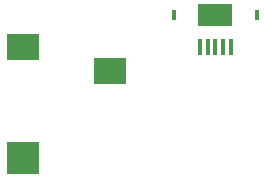
<source format=gbr>
%TF.GenerationSoftware,KiCad,Pcbnew,(6.0.1-0)*%
%TF.CreationDate,2022-01-31T22:43:00-05:00*%
%TF.ProjectId,Podoboard_0.3,506f646f-626f-4617-9264-5f302e332e6b,rev?*%
%TF.SameCoordinates,Original*%
%TF.FileFunction,Paste,Top*%
%TF.FilePolarity,Positive*%
%FSLAX46Y46*%
G04 Gerber Fmt 4.6, Leading zero omitted, Abs format (unit mm)*
G04 Created by KiCad (PCBNEW (6.0.1-0)) date 2022-01-31 22:43:00*
%MOMM*%
%LPD*%
G01*
G04 APERTURE LIST*
%ADD10R,2.800000X2.200000*%
%ADD11R,2.800000X2.800000*%
%ADD12R,0.300000X0.850000*%
%ADD13R,0.400000X1.350000*%
%ADD14R,2.900000X1.900000*%
G04 APERTURE END LIST*
D10*
%TO.C,J_GIGUE1*%
X43307000Y-21006000D03*
X35907000Y-19006000D03*
D11*
X35907000Y-28406000D03*
%TD*%
D12*
%TO.C,J8*%
X55697000Y-16278000D03*
X48697000Y-16278000D03*
D13*
X50897000Y-18953000D03*
X51547000Y-18953000D03*
X52197000Y-18953000D03*
X52847000Y-18953000D03*
X53497000Y-18953000D03*
D14*
X52197000Y-16278000D03*
%TD*%
M02*

</source>
